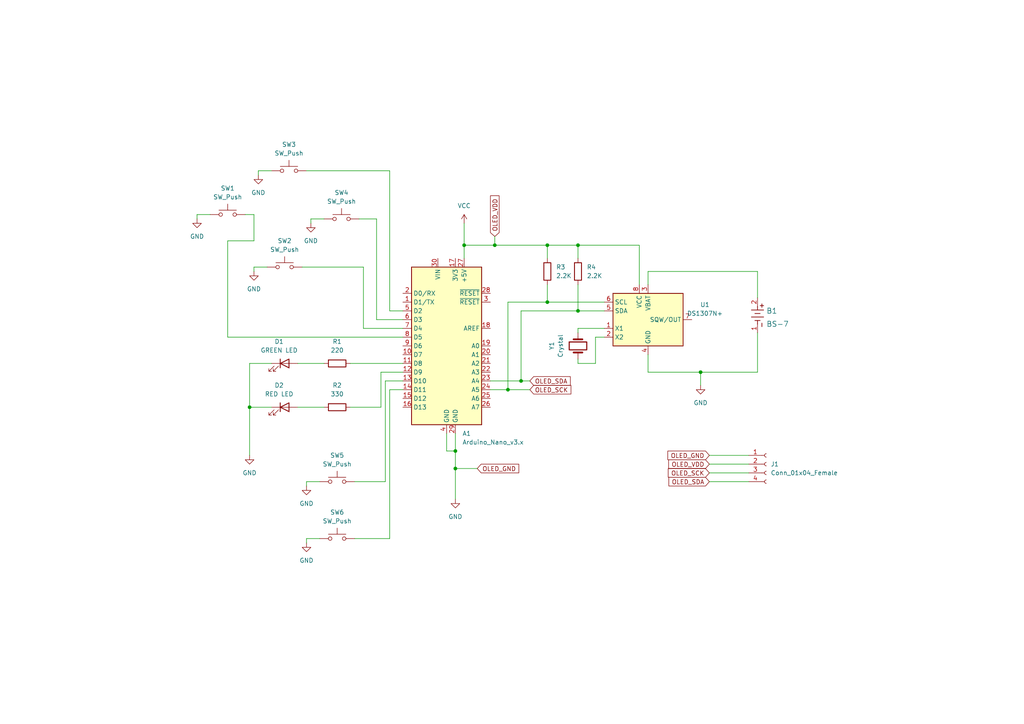
<source format=kicad_sch>
(kicad_sch (version 20211123) (generator eeschema)
  (paper "A4")
  (title_block (title "Crypto Wallet") (date "2023-09-23") (rev "0.2") (comment 4 "Author: boot_force"))
  (lib_symbols
    (symbol "Connector:Conn_01x04_Female" (pin_names (offset 1.016) hide)
      (property "Reference" "J" (at 0 5.08 0))
      (property "Value" "Conn_01x04_Female" (at 0 -7.62 0))
      (symbol "Conn_01x04_Female_1_1"
        (arc (start 0 -4.572) (mid -0.508 -5.08) (end 0 -5.588) (stroke (width 0.1524)))
        (arc (start 0 -2.032) (mid -0.508 -2.54) (end 0 -3.048) (stroke (width 0.1524)))
        (polyline (pts (xy -1.27 -5.08) (xy -0.508 -5.08)) (stroke (width 0.1524)))
        (polyline (pts (xy -1.27 -2.54) (xy -0.508 -2.54)) (stroke (width 0.1524)))
        (polyline (pts (xy -1.27 0) (xy -0.508 0)) (stroke (width 0.1524)))
        (polyline (pts (xy -1.27 2.54) (xy -0.508 2.54)) (stroke (width 0.1524)))
        (arc (start 0 0.508) (mid -0.508 0) (end 0 -0.508) (stroke (width 0.1524)))
        (arc (start 0 3.048) (mid -0.508 2.54) (end 0 2.032) (stroke (width 0.1524)))
        (pin passive line (at -5.08 2.54 0) (length 3.81) (name "Pin_1") (number "1"))
        (pin passive line (at -5.08 0 0) (length 3.81) (name "Pin_2") (number "2"))
        (pin passive line (at -5.08 -2.54 0) (length 3.81) (name "Pin_3") (number "3"))
        (pin passive line (at -5.08 -5.08 0) (length 3.81) (name "Pin_4") (number "4"))
      )
    )
    (symbol "Device:Crystal" (pin_numbers hide) (pin_names (offset 1.016) hide)
      (property "Reference" "Y" (at 0 3.81 0))
      (property "Value" "Crystal" (at 0 -3.81 0))
      (symbol "Crystal_0_1"
        (rectangle (start -1.143 2.54) (end 1.143 -2.54) (stroke (width 0.3048)))
        (polyline (pts (xy -2.54 0) (xy -1.905 0)))
        (polyline (pts (xy -1.905 -1.27) (xy -1.905 1.27)) (stroke (width 0.508)))
        (polyline (pts (xy 1.905 -1.27) (xy 1.905 1.27)) (stroke (width 0.508)))
        (polyline (pts (xy 2.54 0) (xy 1.905 0)))
      )
      (symbol "Crystal_1_1"
        (pin passive line (at -3.81 0 0) (length 1.27) (name "1") (number "1"))
        (pin passive line (at 3.81 0 180) (length 1.27) (name "2") (number "2"))
      )
    )
    (symbol "Device:LED" (pin_numbers hide) (pin_names (offset 1.016) hide)
      (property "Reference" "D" (at 0 2.54 0))
      (property "Value" "LED" (at 0 -2.54 0))
      (symbol "LED_0_1"
        (polyline (pts (xy -1.27 -1.27) (xy -1.27 1.27)) (stroke (width 0.254)))
        (polyline (pts (xy -1.27 0) (xy 1.27 0)))
        (polyline (pts (xy 1.27 -1.27) (xy 1.27 1.27) (xy -1.27 0) (xy 1.27 -1.27)) (stroke (width 0.254)))
        (polyline (pts (xy -3.048 -0.762) (xy -4.572 -2.286) (xy -3.81 -2.286) (xy -4.572 -2.286) (xy -4.572 -1.524)))
        (polyline (pts (xy -1.778 -0.762) (xy -3.302 -2.286) (xy -2.54 -2.286) (xy -3.302 -2.286) (xy -3.302 -1.524)))
      )
      (symbol "LED_1_1"
        (pin passive line (at -3.81 0 0) (length 2.54) (name "K") (number "1"))
        (pin passive line (at 3.81 0 180) (length 2.54) (name "A") (number "2"))
      )
    )
    (symbol "Device:R" (pin_numbers hide) (pin_names (offset 0))
      (property "Reference" "R" (at 2.032 0 90))
      (property "Value" "R" (at 0 0 90))
      (symbol "R_0_1"
        (rectangle (start -1.016 -2.54) (end 1.016 2.54) (stroke (width 0.254)))
      )
      (symbol "R_1_1"
        (pin passive line (at 0 3.81 270) (length 1.27) (name "~") (number "1"))
        (pin passive line (at 0 -3.81 90) (length 1.27) (name "~") (number "2"))
      )
    )
    (symbol "MCU_Module:Arduino_Nano_v3.x"
      (property "Reference" "A" (at -10.16 23.495 0))
      (property "Value" "Arduino_Nano_v3.x" (at 5.08 -24.13 0))
      (symbol "Arduino_Nano_v3.x_0_1"
        (rectangle (start -10.16 22.86) (end 10.16 -22.86) (stroke (width 0.254)) (fill (type background)))
      )
      (symbol "Arduino_Nano_v3.x_1_1"
        (pin bidirectional line (at -12.7 12.7 0) (length 2.54) (name "D1/TX") (number "1"))
        (pin bidirectional line (at -12.7 -2.54 0) (length 2.54) (name "D7") (number "10"))
        (pin bidirectional line (at -12.7 -5.08 0) (length 2.54) (name "D8") (number "11"))
        (pin bidirectional line (at -12.7 -7.62 0) (length 2.54) (name "D9") (number "12"))
        (pin bidirectional line (at -12.7 -10.16 0) (length 2.54) (name "D10") (number "13"))
        (pin bidirectional line (at -12.7 -12.7 0) (length 2.54) (name "D11") (number "14"))
        (pin bidirectional line (at -12.7 -15.24 0) (length 2.54) (name "D12") (number "15"))
        (pin bidirectional line (at -12.7 -17.78 0) (length 2.54) (name "D13") (number "16"))
        (pin power_out line (at 2.54 25.4 270) (length 2.54) (name "3V3") (number "17"))
        (pin input line (at 12.7 5.08 180) (length 2.54) (name "AREF") (number "18"))
        (pin bidirectional line (at 12.7 0 180) (length 2.54) (name "A0") (number "19"))
        (pin bidirectional line (at -12.7 15.24 0) (length 2.54) (name "D0/RX") (number "2"))
        (pin bidirectional line (at 12.7 -2.54 180) (length 2.54) (name "A1") (number "20"))
        (pin bidirectional line (at 12.7 -5.08 180) (length 2.54) (name "A2") (number "21"))
        (pin bidirectional line (at 12.7 -7.62 180) (length 2.54) (name "A3") (number "22"))
        (pin bidirectional line (at 12.7 -10.16 180) (length 2.54) (name "A4") (number "23"))
        (pin bidirectional line (at 12.7 -12.7 180) (length 2.54) (name "A5") (number "24"))
        (pin bidirectional line (at 12.7 -15.24 180) (length 2.54) (name "A6") (number "25"))
        (pin bidirectional line (at 12.7 -17.78 180) (length 2.54) (name "A7") (number "26"))
        (pin power_out line (at 5.08 25.4 270) (length 2.54) (name "+5V") (number "27"))
        (pin input line (at 12.7 15.24 180) (length 2.54) (name "~{RESET}") (number "28"))
        (pin power_in line (at 2.54 -25.4 90) (length 2.54) (name "GND") (number "29"))
        (pin input line (at 12.7 12.7 180) (length 2.54) (name "~{RESET}") (number "3"))
        (pin power_in line (at -2.54 25.4 270) (length 2.54) (name "VIN") (number "30"))
        (pin power_in line (at 0 -25.4 90) (length 2.54) (name "GND") (number "4"))
        (pin bidirectional line (at -12.7 10.16 0) (length 2.54) (name "D2") (number "5"))
        (pin bidirectional line (at -12.7 7.62 0) (length 2.54) (name "D3") (number "6"))
        (pin bidirectional line (at -12.7 5.08 0) (length 2.54) (name "D4") (number "7"))
        (pin bidirectional line (at -12.7 2.54 0) (length 2.54) (name "D5") (number "8"))
        (pin bidirectional line (at -12.7 0 0) (length 2.54) (name "D6") (number "9"))
      )
    )
    (symbol "Switch:SW_Push" (pin_numbers hide) (pin_names (offset 1.016) hide)
      (property "Reference" "SW" (at 1.27 2.54 0))
      (property "Value" "SW_Push" (at 0 -1.524 0))
      (symbol "SW_Push_0_1"
        (circle (center -2.032 0) (radius 0.508))
        (polyline (pts (xy 0 1.27) (xy 0 3.048)))
        (polyline (pts (xy 2.54 1.27) (xy -2.54 1.27)))
        (circle (center 2.032 0) (radius 0.508))
        (pin passive line (at -5.08 0 0) (length 2.54) (name "1") (number "1"))
        (pin passive line (at 5.08 0 180) (length 2.54) (name "2") (number "2"))
      )
    )
    (symbol "Timer_RTC:DS1307N+"
      (property "Reference" "U" (at -8.89 8.89 0))
      (property "Value" "DS1307N+" (at 1.27 8.89 0))
      (symbol "DS1307N+_0_1"
        (rectangle (start -10.16 7.62) (end 10.16 -7.62) (stroke (width 0.254)) (fill (type background)))
      )
      (symbol "DS1307N+_1_1"
        (pin input line (at -12.7 -2.54 0) (length 2.54) (name "X1") (number "1"))
        (pin input line (at -12.7 -5.08 0) (length 2.54) (name "X2") (number "2"))
        (pin power_in line (at 0 10.16 270) (length 2.54) (name "VBAT") (number "3"))
        (pin power_in line (at 0 -10.16 90) (length 2.54) (name "GND") (number "4"))
        (pin bidirectional line (at -12.7 2.54 0) (length 2.54) (name "SDA") (number "5"))
        (pin input line (at -12.7 5.08 0) (length 2.54) (name "SCL") (number "6"))
        (pin open_collector line (at 12.7 0 180) (length 2.54) (name "SQW/OUT") (number "7"))
        (pin power_in line (at -2.54 10.16 270) (length 2.54) (name "VCC") (number "8"))
      )
    )
    (symbol "custombattery:BS-7" (pin_names (offset 0.254))
      (property "Reference" "B" (at 4.826 3.81 0))
      (property "Value" "BS-7" (at 4.826 -3.81 0))
      (symbol "BS-7_0_1"
        (polyline (pts (xy 1.778 1.27) (xy 2.794 1.27)) (stroke (width 0.2032)))
        (polyline (pts (xy 2.286 0.762) (xy 2.286 1.778)) (stroke (width 0.2032)))
        (polyline (pts (xy 2.54 0) (xy 3.4798 0)) (stroke (width 0.2032)))
        (polyline (pts (xy 3.556 -1.778) (xy 3.556 1.778)) (stroke (width 0.2032)))
        (polyline (pts (xy 4.572 0.762) (xy 4.572 -0.762)) (stroke (width 0.2032)))
        (polyline (pts (xy 5.588 -1.778) (xy 5.588 1.778)) (stroke (width 0.2032)))
        (polyline (pts (xy 6.604 0) (xy 7.62 0)) (stroke (width 0.2032)))
        (polyline (pts (xy 6.604 0.762) (xy 6.604 -0.762)) (stroke (width 0.2032)))
        (polyline (pts (xy 7.366 1.27) (xy 8.382 1.27)) (stroke (width 0.2032)))
        (pin unspecified line (at 10.16 0 180) (length 2.54) (name "") (number "1"))
        (pin unspecified line (at 0 0 0) (length 2.54) (name "") (number "2"))
      )
    )
    (symbol "power:GND" (power) (pin_names (offset 0))
      (property "Value" "GND" (at 0 -3.81 0))
      (symbol "GND_0_1"
        (polyline (pts (xy 0 0) (xy 0 -1.27) (xy 1.27 -1.27) (xy 0 -2.54) (xy -1.27 -1.27) (xy 0 -1.27)))
      )
      (symbol "GND_1_1"
        (pin power_in line (at 0 0 270) (length 0) hide (name "GND") (number "1"))
      )
    )
    (symbol "power:VCC" (power) (pin_names (offset 0))
      (property "Value" "VCC" (at 0 3.81 0))
      (symbol "VCC_0_1"
        (polyline (pts (xy -0.762 1.27) (xy 0 2.54)))
        (polyline (pts (xy 0 0) (xy 0 2.54)))
        (polyline (pts (xy 0 2.54) (xy 0.762 1.27)))
      )
      (symbol "VCC_1_1"
        (pin power_in line (at 0 0 90) (length 0) hide (name "VCC") (number "1"))
      )
    )
  )
  (junction (at 167.64 71.12))
  (junction (at 134.62 71.12))
  (junction (at 147.32 113.03))
  (junction (at 151.13 110.49))
  (junction (at 72.39 118.11))
  (junction (at 158.75 87.63))
  (junction (at 203.2 107.95))
  (junction (at 132.08 130.81))
  (junction (at 167.64 90.17))
  (junction (at 143.51 71.12))
  (junction (at 158.75 71.12))
  (junction (at 132.08 135.89))
  (wire (pts (xy 116.84 110.49) (xy 111.76 110.49)))
  (wire (pts (xy 158.75 82.55) (xy 158.75 87.63)))
  (wire (pts (xy 219.71 107.95) (xy 203.2 107.95)))
  (wire (pts (xy 142.24 113.03) (xy 147.32 113.03)))
  (wire (pts (xy 151.13 110.49) (xy 153.67 110.49)))
  (wire (pts (xy 113.03 90.17) (xy 113.03 49.53)))
  (wire (pts (xy 88.9 49.53) (xy 113.03 49.53)))
  (wire (pts (xy 147.32 113.03) (xy 153.67 113.03)))
  (wire (pts (xy 134.62 71.12) (xy 134.62 74.93)))
  (wire (pts (xy 167.64 105.41) (xy 172.72 105.41)))
  (wire (pts (xy 129.54 125.73) (xy 129.54 130.81)))
  (wire (pts (xy 132.08 125.73) (xy 132.08 130.81)))
  (wire (pts (xy 105.41 77.47) (xy 105.41 95.25)))
  (wire (pts (xy 187.96 78.74) (xy 219.71 78.74)))
  (wire (pts (xy 88.9 156.21) (xy 88.9 157.48)))
  (wire (pts (xy 132.08 135.89) (xy 138.43 135.89)))
  (wire (pts (xy 72.39 105.41) (xy 72.39 118.11)))
  (wire (pts (xy 102.87 156.21) (xy 113.03 156.21)))
  (wire (pts (xy 158.75 71.12) (xy 158.75 74.93)))
  (wire (pts (xy 172.72 105.41) (xy 172.72 97.79)))
  (wire (pts (xy 77.47 77.47) (xy 73.66 77.47)))
  (wire (pts (xy 185.42 71.12) (xy 167.64 71.12)))
  (wire (pts (xy 172.72 97.79) (xy 175.26 97.79)))
  (wire (pts (xy 129.54 130.81) (xy 132.08 130.81)))
  (wire (pts (xy 187.96 82.55) (xy 187.96 78.74)))
  (wire (pts (xy 167.64 95.25) (xy 167.64 96.52)))
  (wire (pts (xy 158.75 71.12) (xy 143.51 71.12)))
  (wire (pts (xy 110.49 107.95) (xy 110.49 118.11)))
  (wire (pts (xy 132.08 135.89) (xy 132.08 144.78)))
  (wire (pts (xy 113.03 90.17) (xy 116.84 90.17)))
  (wire (pts (xy 111.76 110.49) (xy 111.76 139.7)))
  (wire (pts (xy 205.74 134.62) (xy 217.17 134.62)))
  (wire (pts (xy 92.71 156.21) (xy 88.9 156.21)))
  (wire (pts (xy 88.9 139.7) (xy 88.9 140.97)))
  (wire (pts (xy 86.36 105.41) (xy 93.98 105.41)))
  (wire (pts (xy 185.42 82.55) (xy 185.42 71.12)))
  (wire (pts (xy 205.74 139.7) (xy 217.17 139.7)))
  (wire (pts (xy 71.12 62.23) (xy 73.66 62.23)))
  (wire (pts (xy 142.24 110.49) (xy 151.13 110.49)))
  (wire (pts (xy 147.32 87.63) (xy 147.32 113.03)))
  (wire (pts (xy 73.66 62.23) (xy 73.66 69.85)))
  (wire (pts (xy 73.66 77.47) (xy 73.66 78.74)))
  (wire (pts (xy 101.6 105.41) (xy 116.84 105.41)))
  (wire (pts (xy 78.74 118.11) (xy 72.39 118.11)))
  (wire (pts (xy 134.62 71.12) (xy 143.51 71.12)))
  (wire (pts (xy 73.66 69.85) (xy 66.04 69.85)))
  (wire (pts (xy 78.74 49.53) (xy 74.93 49.53)))
  (wire (pts (xy 116.84 113.03) (xy 113.03 113.03)))
  (wire (pts (xy 93.98 63.5) (xy 90.17 63.5)))
  (wire (pts (xy 203.2 107.95) (xy 203.2 111.76)))
  (wire (pts (xy 167.64 82.55) (xy 167.64 90.17)))
  (wire (pts (xy 66.04 69.85) (xy 66.04 97.79)))
  (wire (pts (xy 134.62 64.77) (xy 134.62 71.12)))
  (wire (pts (xy 132.08 130.81) (xy 132.08 135.89)))
  (wire (pts (xy 87.63 77.47) (xy 105.41 77.47)))
  (wire (pts (xy 167.64 71.12) (xy 167.64 74.93)))
  (wire (pts (xy 116.84 107.95) (xy 110.49 107.95)))
  (wire (pts (xy 74.93 49.53) (xy 74.93 50.8)))
  (wire (pts (xy 72.39 118.11) (xy 72.39 132.08)))
  (wire (pts (xy 60.96 62.23) (xy 57.15 62.23)))
  (wire (pts (xy 167.64 90.17) (xy 175.26 90.17)))
  (wire (pts (xy 113.03 113.03) (xy 113.03 156.21)))
  (wire (pts (xy 105.41 95.25) (xy 116.84 95.25)))
  (wire (pts (xy 78.74 105.41) (xy 72.39 105.41)))
  (wire (pts (xy 57.15 62.23) (xy 57.15 63.5)))
  (wire (pts (xy 158.75 87.63) (xy 175.26 87.63)))
  (wire (pts (xy 187.96 102.87) (xy 187.96 107.95)))
  (wire (pts (xy 143.51 68.58) (xy 143.51 71.12)))
  (wire (pts (xy 167.64 71.12) (xy 158.75 71.12)))
  (wire (pts (xy 86.36 118.11) (xy 93.98 118.11)))
  (wire (pts (xy 205.74 137.16) (xy 217.17 137.16)))
  (wire (pts (xy 219.71 96.52) (xy 219.71 107.95)))
  (wire (pts (xy 151.13 90.17) (xy 151.13 110.49)))
  (wire (pts (xy 219.71 78.74) (xy 219.71 86.36)))
  (wire (pts (xy 111.76 139.7) (xy 102.87 139.7)))
  (wire (pts (xy 151.13 90.17) (xy 167.64 90.17)))
  (wire (pts (xy 104.14 63.5) (xy 109.22 63.5)))
  (wire (pts (xy 187.96 107.95) (xy 203.2 107.95)))
  (wire (pts (xy 167.64 104.14) (xy 167.64 105.41)))
  (wire (pts (xy 101.6 118.11) (xy 110.49 118.11)))
  (wire (pts (xy 66.04 97.79) (xy 116.84 97.79)))
  (wire (pts (xy 92.71 139.7) (xy 88.9 139.7)))
  (wire (pts (xy 109.22 63.5) (xy 109.22 92.71)))
  (wire (pts (xy 90.17 63.5) (xy 90.17 64.77)))
  (wire (pts (xy 205.74 132.08) (xy 217.17 132.08)))
  (wire (pts (xy 109.22 92.71) (xy 116.84 92.71)))
  (wire (pts (xy 175.26 95.25) (xy 167.64 95.25)))
  (wire (pts (xy 147.32 87.63) (xy 158.75 87.63)))
  (global_label "OLED_GND" (shape input) (at 138.43 135.89 0) (property "Intersheet References" "${INTERSHEET_REFS}" (effects hide)))
  (global_label "OLED_SDA" (shape input) (at 205.74 139.7 180) (property "Intersheet References" "${INTERSHEET_REFS}" (effects hide)))
  (global_label "OLED_SDA" (shape input) (at 153.67 110.49 0) (property "Intersheet References" "${INTERSHEET_REFS}" (effects hide)))
  (global_label "OLED_VDD" (shape input) (at 143.51 68.58 90) (property "Intersheet References" "${INTERSHEET_REFS}" (effects hide)))
  (global_label "OLED_SCK" (shape input) (at 205.74 137.16 180) (property "Intersheet References" "${INTERSHEET_REFS}" (effects hide)))
  (global_label "OLED_SCK" (shape input) (at 153.67 113.03 0) (property "Intersheet References" "${INTERSHEET_REFS}" (effects hide)))
  (global_label "OLED_GND" (shape input) (at 205.74 132.08 180) (property "Intersheet References" "${INTERSHEET_REFS}" (effects hide)))
  (global_label "OLED_VDD" (shape input) (at 205.74 134.62 180) (property "Intersheet References" "${INTERSHEET_REFS}" (effects hide)))
  (symbol (lib_id "MCU_Module:Arduino_Nano_v3.x") (at 129.54 100.33 0) (unit 1)
    (property "Reference" "A1" (at 134.0994 125.73 0) (effects (justify left)))
    (property "Value" "Arduino_Nano_v3.x" (at 134.0994 128.27 0) (effects (justify left)))
    (property "Footprint" "Module:Arduino_Nano" (effects hide))
    (property "Datasheet" "http://www.mouser.com/pdfdocs/Gravitech_Arduino_Nano3_0.pdf" (effects hide))
  )
  (symbol (lib_id "Device:LED") (at 82.55 118.11 0) (unit 1)
    (property "Reference" "D2" (at 80.9625 111.76 0))
    (property "Value" "RED LED" (at 80.9625 114.3 0))
    (property "Footprint" "LED_THT:LED_D5.0mm" (effects hide))
  )
  (symbol (lib_id "power:GND") (at 57.15 63.5 0) (unit 1)
    (property "Reference" "#PWR01" (effects hide))
    (property "Value" "GND" (at 57.15 68.58 0))
  )
  (symbol (lib_id "power:GND") (at 203.2 111.76 0) (unit 1)
    (property "Reference" "#PWR08" (effects hide))
    (property "Value" "GND" (at 203.2 116.84 0))
  )
  (symbol (lib_id "power:GND") (at 132.08 144.78 0) (unit 1)
    (property "Reference" "#PWR07" (effects hide))
    (property "Value" "GND" (at 132.08 149.86 0))
  )
  (symbol (lib_id "Device:R") (at 167.64 78.74 0) (unit 1)
    (property "Reference" "R4" (at 170.18 77.4699 0) (effects (justify left)))
    (property "Value" "2.2K" (at 170.18 80.0099 0) (effects (justify left)))
    (property "Footprint" "Resistor_THT:R_Axial_DIN0309_L9.0mm_D3.2mm_P12.70mm_Horizontal" (effects hide))
  )
  (symbol (lib_id "Device:Crystal") (at 167.64 100.33 90) (unit 1)
    (property "Reference" "Y1" (at 160.02 100.33 0))
    (property "Value" "Crystal" (at 162.56 100.33 0))
    (property "Footprint" "Crystal:Crystal_C26-LF_D2.1mm_L6.5mm_Horizontal" (effects hide))
  )
  (symbol (lib_id "power:GND") (at 72.39 132.08 0) (unit 1)
    (property "Reference" "#PWR02" (effects hide))
    (property "Value" "GND" (at 72.39 137.16 0))
  )
  (symbol (lib_id "custombattery:BS-7") (at 219.71 86.36 270) (unit 1)
    (property "Reference" "B1" (at 222.25 90.17 90) (effects (font (size 1.524 1.524)) (justify left)))
    (property "Value" "BS-7" (at 222.25 93.98 90) (effects (font (size 1.524 1.524)) (justify left)))
    (property "Footprint" "bs7batt:BS-7_MPD" (effects hide))
    (property "Datasheet" "BS-7" (effects hide))
  )
  (symbol (lib_id "Timer_RTC:DS1307N+") (at 187.96 92.71 0) (unit 1)
    (property "Reference" "U1" (at 204.47 88.3793 0))
    (property "Value" "DS1307N+" (at 204.47 90.9193 0))
    (property "Footprint" "Package_DIP:DIP-8_W7.62mm" (effects hide))
    (property "Datasheet" "https://datasheets.maximintegrated.com/en/ds/DS1307.pdf" (effects hide))
  )
  (symbol (lib_id "power:GND") (at 88.9 157.48 0) (unit 1)
    (property "Reference" "#PWR010" (effects hide))
    (property "Value" "GND" (at 88.9 162.56 0))
  )
  (symbol (lib_id "power:GND") (at 73.66 78.74 0) (unit 1)
    (property "Reference" "#PWR03" (effects hide))
    (property "Value" "GND" (at 73.66 83.82 0))
  )
  (symbol (lib_id "Switch:SW_Push") (at 97.79 139.7 0) (unit 1)
    (property "Reference" "SW5" (at 97.79 132.08 0))
    (property "Value" "SW_Push" (at 97.79 134.62 0))
    (property "Footprint" "cust_sw:SW_TH_Tactile_Omron_B3F-10xx_stackedpninums" (effects hide))
  )
  (symbol (lib_id "Switch:SW_Push") (at 99.06 63.5 0) (unit 1)
    (property "Reference" "SW4" (at 99.06 55.88 0))
    (property "Value" "SW_Push" (at 99.06 58.42 0))
    (property "Footprint" "cust_sw:SW_TH_Tactile_Omron_B3F-10xx_stackedpninums" (effects hide))
  )
  (symbol (lib_id "Switch:SW_Push") (at 83.82 49.53 0) (unit 1)
    (property "Reference" "SW3" (at 83.82 41.91 0))
    (property "Value" "SW_Push" (at 83.82 44.45 0))
    (property "Footprint" "cust_sw:SW_TH_Tactile_Omron_B3F-10xx_stackedpninums" (effects hide))
  )
  (symbol (lib_id "power:VCC") (at 134.62 64.77 0) (unit 1)
    (property "Reference" "#PWR06" (effects hide))
    (property "Value" "VCC" (at 134.62 59.69 0))
  )
  (symbol (lib_id "Connector:Conn_01x04_Female") (at 222.25 134.62 0) (unit 1)
    (property "Reference" "J1" (at 223.52 134.6199 0) (effects (justify left)))
    (property "Value" "Conn_01x04_Female" (at 223.52 137.1599 0) (effects (justify left)))
    (property "Footprint" "Connector_PinSocket_2.54mm:PinSocket_1x04_P2.54mm_Vertical" (effects hide))
  )
  (symbol (lib_id "Device:LED") (at 82.55 105.41 0) (unit 1)
    (property "Reference" "D1" (at 80.9625 99.06 0))
    (property "Value" "GREEN LED" (at 80.9625 101.6 0))
    (property "Footprint" "LED_THT:LED_D5.0mm" (effects hide))
  )
  (symbol (lib_id "power:GND") (at 88.9 140.97 0) (unit 1)
    (property "Reference" "#PWR09" (effects hide))
    (property "Value" "GND" (at 88.9 146.05 0))
  )
  (symbol (lib_id "Switch:SW_Push") (at 97.79 156.21 0) (unit 1)
    (property "Reference" "SW6" (at 97.79 148.59 0))
    (property "Value" "SW_Push" (at 97.79 151.13 0))
    (property "Footprint" "cust_sw:SW_TH_Tactile_Omron_B3F-10xx_stackedpninums" (effects hide))
  )
  (symbol (lib_id "power:GND") (at 74.93 50.8 0) (unit 1)
    (property "Reference" "#PWR04" (effects hide))
    (property "Value" "GND" (at 74.93 55.88 0))
  )
  (symbol (lib_id "power:GND") (at 90.17 64.77 0) (unit 1)
    (property "Reference" "#PWR05" (effects hide))
    (property "Value" "GND" (at 90.17 69.85 0))
  )
  (symbol (lib_id "Device:R") (at 158.75 78.74 0) (unit 1)
    (property "Reference" "R3" (at 161.29 77.4699 0) (effects (justify left)))
    (property "Value" "2.2K" (at 161.29 80.0099 0) (effects (justify left)))
    (property "Footprint" "Resistor_THT:R_Axial_DIN0309_L9.0mm_D3.2mm_P12.70mm_Horizontal" (effects hide))
  )
  (symbol (lib_id "Switch:SW_Push") (at 82.55 77.47 0) (unit 1)
    (property "Reference" "SW2" (at 82.55 69.85 0))
    (property "Value" "SW_Push" (at 82.55 72.39 0))
    (property "Footprint" "cust_sw:SW_TH_Tactile_Omron_B3F-10xx_stackedpninums" (effects hide))
  )
  (symbol (lib_id "Device:R") (at 97.79 118.11 90) (unit 1)
    (property "Reference" "R2" (at 97.79 111.76 90))
    (property "Value" "330" (at 97.79 114.3 90))
    (property "Footprint" "Resistor_THT:R_Axial_DIN0309_L9.0mm_D3.2mm_P12.70mm_Horizontal" (effects hide))
  )
  (symbol (lib_id "Device:R") (at 97.79 105.41 90) (unit 1)
    (property "Reference" "R1" (at 97.79 99.06 90))
    (property "Value" "220" (at 97.79 101.6 90))
    (property "Footprint" "Resistor_THT:R_Axial_DIN0309_L9.0mm_D3.2mm_P12.70mm_Horizontal" (effects hide))
  )
  (symbol (lib_id "Switch:SW_Push") (at 66.04 62.23 0) (unit 1)
    (property "Reference" "SW1" (at 66.04 54.61 0))
    (property "Value" "SW_Push" (at 66.04 57.15 0))
    (property "Footprint" "cust_sw:SW_TH_Tactile_Omron_B3F-10xx_stackedpninums" (effects hide))
  )
)
</source>
